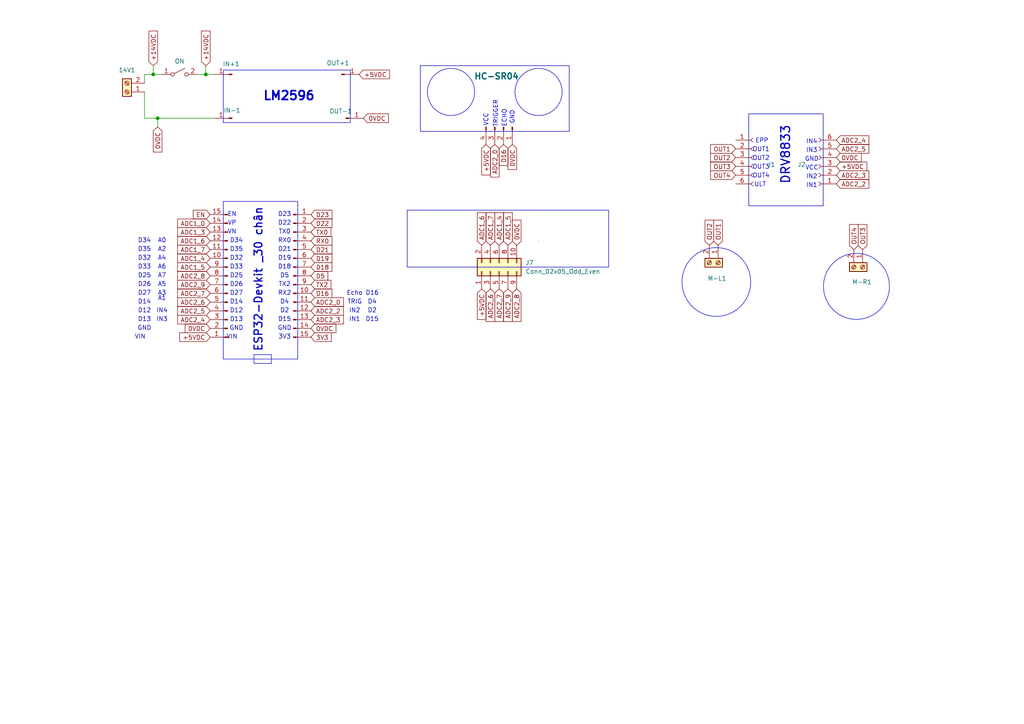
<source format=kicad_sch>
(kicad_sch (version 20231120) (generator "eeschema") (generator_version "8.0")
  (paper "A4")
  (lib_symbols
    (symbol "Connector:Conn_01x01_Pin" (pin_names (offset 1.016) hide)
      (property "Reference" "J" (at 0 2.54 0))
      (property "Value" "Conn_01x01_Pin" (at 0 -2.54 0))
      (symbol "Conn_01x01_Pin_1_1"
        (polyline (pts (xy 1.27 0) (xy 0.8636 0)) (stroke (width 0.1524)))
        (rectangle (start 0.8636 0.127) (end 0 -0.127) (stroke (width 0.1524)) (fill (type outline)))
        (pin passive line (at 5.08 0 180) (length 3.81) (name "Pin_1") (number "1"))
      )
    )
    (symbol "Connector:Conn_01x04_Pin" (pin_names (offset 1.016) hide)
      (property "Reference" "J" (at 0 5.08 0))
      (property "Value" "Conn_01x04_Pin" (at 0 -7.62 0))
      (symbol "Conn_01x04_Pin_1_1"
        (polyline (pts (xy 1.27 -5.08) (xy 0.8636 -5.08)) (stroke (width 0.1524)))
        (polyline (pts (xy 1.27 -2.54) (xy 0.8636 -2.54)) (stroke (width 0.1524)))
        (polyline (pts (xy 1.27 0) (xy 0.8636 0)) (stroke (width 0.1524)))
        (polyline (pts (xy 1.27 2.54) (xy 0.8636 2.54)) (stroke (width 0.1524)))
        (rectangle (start 0.8636 -4.953) (end 0 -5.207) (stroke (width 0.1524)) (fill (type outline)))
        (rectangle (start 0.8636 -2.413) (end 0 -2.667) (stroke (width 0.1524)) (fill (type outline)))
        (rectangle (start 0.8636 0.127) (end 0 -0.127) (stroke (width 0.1524)) (fill (type outline)))
        (rectangle (start 0.8636 2.667) (end 0 2.413) (stroke (width 0.1524)) (fill (type outline)))
        (pin passive line (at 5.08 2.54 180) (length 3.81) (name "Pin_1") (number "1"))
        (pin passive line (at 5.08 0 180) (length 3.81) (name "Pin_2") (number "2"))
        (pin passive line (at 5.08 -2.54 180) (length 3.81) (name "Pin_3") (number "3"))
        (pin passive line (at 5.08 -5.08 180) (length 3.81) (name "Pin_4") (number "4"))
      )
    )
    (symbol "Connector:Conn_01x06_Socket" (pin_names (offset 1.016) hide)
      (property "Reference" "J" (at 0 7.62 0))
      (property "Value" "Conn_01x06_Socket" (at 0 -10.16 0))
      (symbol "Conn_01x06_Socket_1_1"
        (arc (start 0 -7.112) (mid -0.5058 -7.62) (end 0 -8.128) (stroke (width 0.1524)))
        (arc (start 0 -4.572) (mid -0.5058 -5.08) (end 0 -5.588) (stroke (width 0.1524)))
        (arc (start 0 -2.032) (mid -0.5058 -2.54) (end 0 -3.048) (stroke (width 0.1524)))
        (polyline (pts (xy -1.27 -7.62) (xy -0.508 -7.62)) (stroke (width 0.1524)))
        (polyline (pts (xy -1.27 -5.08) (xy -0.508 -5.08)) (stroke (width 0.1524)))
        (polyline (pts (xy -1.27 -2.54) (xy -0.508 -2.54)) (stroke (width 0.1524)))
        (polyline (pts (xy -1.27 0) (xy -0.508 0)) (stroke (width 0.1524)))
        (polyline (pts (xy -1.27 2.54) (xy -0.508 2.54)) (stroke (width 0.1524)))
        (polyline (pts (xy -1.27 5.08) (xy -0.508 5.08)) (stroke (width 0.1524)))
        (arc (start 0 0.508) (mid -0.5058 0) (end 0 -0.508) (stroke (width 0.1524)))
        (arc (start 0 3.048) (mid -0.5058 2.54) (end 0 2.032) (stroke (width 0.1524)))
        (arc (start 0 5.588) (mid -0.5058 5.08) (end 0 4.572) (stroke (width 0.1524)))
        (pin passive line (at -5.08 5.08 0) (length 3.81) (name "Pin_1") (number "1"))
        (pin passive line (at -5.08 2.54 0) (length 3.81) (name "Pin_2") (number "2"))
        (pin passive line (at -5.08 0 0) (length 3.81) (name "Pin_3") (number "3"))
        (pin passive line (at -5.08 -2.54 0) (length 3.81) (name "Pin_4") (number "4"))
        (pin passive line (at -5.08 -5.08 0) (length 3.81) (name "Pin_5") (number "5"))
        (pin passive line (at -5.08 -7.62 0) (length 3.81) (name "Pin_6") (number "6"))
      )
    )
    (symbol "Connector:Conn_01x15_Pin" (pin_names (offset 1.016) hide)
      (property "Reference" "J" (at 0 20.32 0))
      (property "Value" "Conn_01x15_Pin" (at 0 -20.32 0))
      (symbol "Conn_01x15_Pin_1_1"
        (polyline (pts (xy 1.27 -17.78) (xy 0.8636 -17.78)) (stroke (width 0.1524)))
        (polyline (pts (xy 1.27 -15.24) (xy 0.8636 -15.24)) (stroke (width 0.1524)))
        (polyline (pts (xy 1.27 -12.7) (xy 0.8636 -12.7)) (stroke (width 0.1524)))
        (polyline (pts (xy 1.27 -10.16) (xy 0.8636 -10.16)) (stroke (width 0.1524)))
        (polyline (pts (xy 1.27 -7.62) (xy 0.8636 -7.62)) (stroke (width 0.1524)))
        (polyline (pts (xy 1.27 -5.08) (xy 0.8636 -5.08)) (stroke (width 0.1524)))
        (polyline (pts (xy 1.27 -2.54) (xy 0.8636 -2.54)) (stroke (width 0.1524)))
        (polyline (pts (xy 1.27 0) (xy 0.8636 0)) (stroke (width 0.1524)))
        (polyline (pts (xy 1.27 2.54) (xy 0.8636 2.54)) (stroke (width 0.1524)))
        (polyline (pts (xy 1.27 5.08) (xy 0.8636 5.08)) (stroke (width 0.1524)))
        (polyline (pts (xy 1.27 7.62) (xy 0.8636 7.62)) (stroke (width 0.1524)))
        (polyline (pts (xy 1.27 10.16) (xy 0.8636 10.16)) (stroke (width 0.1524)))
        (polyline (pts (xy 1.27 12.7) (xy 0.8636 12.7)) (stroke (width 0.1524)))
        (polyline (pts (xy 1.27 15.24) (xy 0.8636 15.24)) (stroke (width 0.1524)))
        (polyline (pts (xy 1.27 17.78) (xy 0.8636 17.78)) (stroke (width 0.1524)))
        (rectangle (start 0.8636 -17.653) (end 0 -17.907) (stroke (width 0.1524)) (fill (type outline)))
        (rectangle (start 0.8636 -15.113) (end 0 -15.367) (stroke (width 0.1524)) (fill (type outline)))
        (rectangle (start 0.8636 -12.573) (end 0 -12.827) (stroke (width 0.1524)) (fill (type outline)))
        (rectangle (start 0.8636 -10.033) (end 0 -10.287) (stroke (width 0.1524)) (fill (type outline)))
        (rectangle (start 0.8636 -7.493) (end 0 -7.747) (stroke (width 0.1524)) (fill (type outline)))
        (rectangle (start 0.8636 -4.953) (end 0 -5.207) (stroke (width 0.1524)) (fill (type outline)))
        (rectangle (start 0.8636 -2.413) (end 0 -2.667) (stroke (width 0.1524)) (fill (type outline)))
        (rectangle (start 0.8636 0.127) (end 0 -0.127) (stroke (width 0.1524)) (fill (type outline)))
        (rectangle (start 0.8636 2.667) (end 0 2.413) (stroke (width 0.1524)) (fill (type outline)))
        (rectangle (start 0.8636 5.207) (end 0 4.953) (stroke (width 0.1524)) (fill (type outline)))
        (rectangle (start 0.8636 7.747) (end 0 7.493) (stroke (width 0.1524)) (fill (type outline)))
        (rectangle (start 0.8636 10.287) (end 0 10.033) (stroke (width 0.1524)) (fill (type outline)))
        (rectangle (start 0.8636 12.827) (end 0 12.573) (stroke (width 0.1524)) (fill (type outline)))
        (rectangle (start 0.8636 15.367) (end 0 15.113) (stroke (width 0.1524)) (fill (type outline)))
        (rectangle (start 0.8636 17.907) (end 0 17.653) (stroke (width 0.1524)) (fill (type outline)))
        (pin passive line (at 5.08 17.78 180) (length 3.81) (name "Pin_1") (number "1"))
        (pin passive line (at 5.08 -5.08 180) (length 3.81) (name "Pin_10") (number "10"))
        (pin passive line (at 5.08 -7.62 180) (length 3.81) (name "Pin_11") (number "11"))
        (pin passive line (at 5.08 -10.16 180) (length 3.81) (name "Pin_12") (number "12"))
        (pin passive line (at 5.08 -12.7 180) (length 3.81) (name "Pin_13") (number "13"))
        (pin passive line (at 5.08 -15.24 180) (length 3.81) (name "Pin_14") (number "14"))
        (pin passive line (at 5.08 -17.78 180) (length 3.81) (name "Pin_15") (number "15"))
        (pin passive line (at 5.08 15.24 180) (length 3.81) (name "Pin_2") (number "2"))
        (pin passive line (at 5.08 12.7 180) (length 3.81) (name "Pin_3") (number "3"))
        (pin passive line (at 5.08 10.16 180) (length 3.81) (name "Pin_4") (number "4"))
        (pin passive line (at 5.08 7.62 180) (length 3.81) (name "Pin_5") (number "5"))
        (pin passive line (at 5.08 5.08 180) (length 3.81) (name "Pin_6") (number "6"))
        (pin passive line (at 5.08 2.54 180) (length 3.81) (name "Pin_7") (number "7"))
        (pin passive line (at 5.08 0 180) (length 3.81) (name "Pin_8") (number "8"))
        (pin passive line (at 5.08 -2.54 180) (length 3.81) (name "Pin_9") (number "9"))
      )
    )
    (symbol "Connector:Screw_Terminal_01x02" (pin_names (offset 1.016) hide)
      (property "Reference" "J" (at 0 2.54 0))
      (property "Value" "Screw_Terminal_01x02" (at 0 -5.08 0))
      (symbol "Screw_Terminal_01x02_1_1"
        (rectangle (start -1.27 1.27) (end 1.27 -3.81) (stroke (width 0.254)) (fill (type background)))
        (circle (center 0 -2.54) (radius 0.635) (stroke (width 0.1524)))
        (polyline (pts (xy -0.5334 -2.2098) (xy 0.3302 -3.048)) (stroke (width 0.1524)))
        (polyline (pts (xy -0.5334 0.3302) (xy 0.3302 -0.508)) (stroke (width 0.1524)))
        (polyline (pts (xy -0.3556 -2.032) (xy 0.508 -2.8702)) (stroke (width 0.1524)))
        (polyline (pts (xy -0.3556 0.508) (xy 0.508 -0.3302)) (stroke (width 0.1524)))
        (circle (center 0 0) (radius 0.635) (stroke (width 0.1524)))
        (pin passive line (at -5.08 0 0) (length 3.81) (name "Pin_1") (number "1"))
        (pin passive line (at -5.08 -2.54 0) (length 3.81) (name "Pin_2") (number "2"))
      )
    )
    (symbol "Connector_Generic:Conn_02x05_Odd_Even" (pin_names (offset 1.016) hide)
      (property "Reference" "J" (at 1.27 7.62 0))
      (property "Value" "Conn_02x05_Odd_Even" (at 1.27 -7.62 0))
      (symbol "Conn_02x05_Odd_Even_1_1"
        (rectangle (start -1.27 -4.953) (end 0 -5.207) (stroke (width 0.1524)))
        (rectangle (start -1.27 -2.413) (end 0 -2.667) (stroke (width 0.1524)))
        (rectangle (start -1.27 0.127) (end 0 -0.127) (stroke (width 0.1524)))
        (rectangle (start -1.27 2.667) (end 0 2.413) (stroke (width 0.1524)))
        (rectangle (start -1.27 5.207) (end 0 4.953) (stroke (width 0.1524)))
        (rectangle (start -1.27 6.35) (end 3.81 -6.35) (stroke (width 0.254)) (fill (type background)))
        (rectangle (start 3.81 -4.953) (end 2.54 -5.207) (stroke (width 0.1524)))
        (rectangle (start 3.81 -2.413) (end 2.54 -2.667) (stroke (width 0.1524)))
        (rectangle (start 3.81 0.127) (end 2.54 -0.127) (stroke (width 0.1524)))
        (rectangle (start 3.81 2.667) (end 2.54 2.413) (stroke (width 0.1524)))
        (rectangle (start 3.81 5.207) (end 2.54 4.953) (stroke (width 0.1524)))
        (pin passive line (at -5.08 5.08 0) (length 3.81) (name "Pin_1") (number "1"))
        (pin passive line (at 7.62 -5.08 180) (length 3.81) (name "Pin_10") (number "10"))
        (pin passive line (at 7.62 5.08 180) (length 3.81) (name "Pin_2") (number "2"))
        (pin passive line (at -5.08 2.54 0) (length 3.81) (name "Pin_3") (number "3"))
        (pin passive line (at 7.62 2.54 180) (length 3.81) (name "Pin_4") (number "4"))
        (pin passive line (at -5.08 0 0) (length 3.81) (name "Pin_5") (number "5"))
        (pin passive line (at 7.62 0 180) (length 3.81) (name "Pin_6") (number "6"))
        (pin passive line (at -5.08 -2.54 0) (length 3.81) (name "Pin_7") (number "7"))
        (pin passive line (at 7.62 -2.54 180) (length 3.81) (name "Pin_8") (number "8"))
        (pin passive line (at -5.08 -5.08 0) (length 3.81) (name "Pin_9") (number "9"))
      )
    )
    (symbol "Switch:SW_SPST" (pin_names (offset 0) hide)
      (property "Reference" "SW" (at 0 3.175 0))
      (property "Value" "SW_SPST" (at 0 -2.54 0))
      (symbol "SW_SPST_0_0"
        (circle (center -2.032 0) (radius 0.508))
        (polyline (pts (xy -1.524 0.254) (xy 1.524 1.778)))
        (circle (center 2.032 0) (radius 0.508))
      )
      (symbol "SW_SPST_1_1"
        (pin passive line (at -5.08 0 0) (length 2.54) (name "A") (number "1"))
        (pin passive line (at 5.08 0 180) (length 2.54) (name "B") (number "2"))
      )
    )
  )
  (junction (at 45.72 34.29))
  (junction (at 44.45 21.59))
  (junction (at 59.69 21.59))
  (wire (pts (xy 41.91 34.29) (xy 45.72 34.29)))
  (wire (pts (xy 41.91 21.59) (xy 44.45 21.59)))
  (wire (pts (xy 44.45 21.59) (xy 46.99 21.59)))
  (wire (pts (xy 41.91 24.13) (xy 41.91 21.59)))
  (wire (pts (xy 59.69 21.59) (xy 62.23 21.59)))
  (wire (pts (xy 41.91 26.67) (xy 41.91 34.29)))
  (wire (pts (xy 44.45 19.05) (xy 44.45 21.59)))
  (wire (pts (xy 45.72 34.29) (xy 62.23 34.29)))
  (wire (pts (xy 45.72 34.29) (xy 45.72 36.83)))
  (wire (pts (xy 57.15 21.59) (xy 59.69 21.59)))
  (wire (pts (xy 59.69 19.05) (xy 59.69 21.59)))
  (circle (center 207.772 81.788) (radius 9.9612))
  (rectangle (start 121.92 19.05) (end 165.1 38.1))
  (rectangle (start 217.17 33.02) (end 238.76 59.69))
  (rectangle (start 64.77 58.42) (end 86.36 104.14))
  (circle (center 248.412 83.058) (radius 9.5647))
  (rectangle (start 118.11 60.96) (end 176.53 77.47))
  (circle (center 156.21 26.67) (radius 6.8392))
  (rectangle (start 156.21 69.85) (end 156.21 69.85))
  (circle (center 130.81 26.67) (radius 6.8392))
  (rectangle (start 64.77 20.32) (end 101.6 35.56))
  (rectangle (start 73.66 102.87) (end 78.74 105.41))
  (text "D32" (at 68.58 74.93 0) (effects (font (size 1.27 1.27))))
  (text "D34" (at 68.58 69.85 0) (effects (font (size 1.27 1.27))))
  (text "D4" (at 82.55 87.63 0) (effects (font (size 1.27 1.27))))
  (text "IN2" (at 235.458 51.308 0) (effects (font (size 1.27 1.27))))
  (text "D21" (at 82.55 72.39 0) (effects (font (size 1.27 1.27))))
  (text "OUT4" (at 220.726 51.054 0) (effects (font (size 1.27 1.27))))
  (text "A3" (at 46.99 85.09 0) (effects (font (size 1.27 1.27))))
  (text "GND" (at 82.55 95.25 0) (effects (font (size 1.27 1.27))))
  (text "A6" (at 46.99 77.47 0) (effects (font (size 1.27 1.27))))
  (text "D32" (at 41.91 74.93 0) (effects (font (size 1.27 1.27))))
  (text "GND" (at 235.458 46.228 0) (effects (font (size 1.27 1.27))))
  (text "RX2" (at 82.55 85.09 0) (effects (font (size 1.27 1.27))))
  (text "D25" (at 68.58 80.01 0) (effects (font (size 1.27 1.27))))
  (text "A4" (at 46.99 74.93 0) (effects (font (size 1.27 1.27))))
  (text "VCC" (at 140.97 34.798 90) (effects (font (size 1.27 1.27))))
  (text "D33\n" (at 41.91 77.47 0) (effects (font (size 1.27 1.27))))
  (text "D2" (at 82.55 90.17 0) (effects (font (size 1.27 1.27))))
  (text "D12" (at 68.58 90.17 0) (effects (font (size 1.27 1.27))))
  (text "A2" (at 46.99 72.39 0) (effects (font (size 1.27 1.27))))
  (text "D35" (at 68.58 72.39 0) (effects (font (size 1.27 1.27))))
  (text "D19" (at 82.55 74.93 0) (effects (font (size 1.27 1.27))))
  (text "3V3" (at 82.55 97.79 0) (effects (font (size 1.27 1.27))))
  (text "D23" (at 82.55 62.23 0) (effects (font (size 1.27 1.27))))
  (text "VP\n" (at 67.31 64.77 0) (effects (font (size 1.27 1.27))))
  (text "D13" (at 41.91 92.71 0) (effects (font (size 1.27 1.27))))
  (text "TRIGGER" (at 143.764 33.02 90) (effects (font (size 1.27 1.27))))
  (text "ECHO" (at 146.304 34.29 90) (effects (font (size 1.27 1.27))))
  (text "DRV8833" (at 227.838 44.958 90) (effects (font (size 2.54 2.54) (thickness 0.3556) (bold yes))))
  (text "IN2\n" (at 102.87 90.17 0) (effects (font (size 1.27 1.27))))
  (text "D35" (at 41.91 72.39 0) (effects (font (size 1.27 1.27))))
  (text "TX0" (at 82.55 67.31 0) (effects (font (size 1.27 1.27))))
  (text "D27" (at 41.91 85.09 0) (effects (font (size 1.27 1.27))))
  (text "D14" (at 41.91 87.63 0) (effects (font (size 1.27 1.27))))
  (text "OUT2" (at 220.726 45.974 0) (effects (font (size 1.27 1.27))))
  (text "A1\n\n" (at 46.99 87.63 0) (effects (font (size 1.27 1.27))))
  (text "Echo\n" (at 102.87 85.09 0) (effects (font (size 1.27 1.27))))
  (text "TRIG\n" (at 102.87 87.63 0) (effects (font (size 1.27 1.27))))
  (text "D18" (at 82.55 77.47 0) (effects (font (size 1.27 1.27))))
  (text "D12" (at 41.91 90.17 0) (effects (font (size 1.27 1.27))))
  (text "TX2" (at 82.55 82.55 0) (effects (font (size 1.27 1.27))))
  (text "D22" (at 82.55 64.77 0) (effects (font (size 1.27 1.27))))
  (text "GND" (at 68.58 95.25 0) (effects (font (size 1.27 1.27))))
  (text "OUT3\n" (at 220.726 48.514 0) (effects (font (size 1.27 1.27))))
  (text "D4" (at 107.95 87.63 0) (effects (font (size 1.27 1.27))))
  (text "D13" (at 68.58 92.71 0) (effects (font (size 1.27 1.27))))
  (text "IN4" (at 235.458 41.148 0) (effects (font (size 1.27 1.27))))
  (text "VCC" (at 235.458 48.768 0) (effects (font (size 1.27 1.27))))
  (text "D5" (at 82.55 80.01 0) (effects (font (size 1.27 1.27))))
  (text "A7" (at 46.99 80.01 0) (effects (font (size 1.27 1.27))))
  (text "D2" (at 107.95 90.17 0) (effects (font (size 1.27 1.27))))
  (text "D26" (at 41.91 82.55 0) (effects (font (size 1.27 1.27))))
  (text "D14" (at 68.58 87.63 0) (effects (font (size 1.27 1.27))))
  (text "IN1" (at 235.458 53.848 0) (effects (font (size 1.27 1.27))))
  (text "VIN\n" (at 67.31 97.79 0) (effects (font (size 1.27 1.27))))
  (text "EN" (at 67.31 62.23 0) (effects (font (size 1.27 1.27))))
  (text "D16" (at 107.95 85.09 0) (effects (font (size 1.27 1.27))))
  (text "ESP32-Devkit _30 chân \n" (at 74.93 80.264 90) (effects (font (size 2.286 2.286) (thickness 0.3556) (bold yes))))
  (text "D15" (at 82.55 92.71 0) (effects (font (size 1.27 1.27))))
  (text "A0\n" (at 46.99 69.85 0) (effects (font (size 1.27 1.27))))
  (text "D33\n" (at 68.58 77.47 0) (effects (font (size 1.27 1.27))))
  (text "EPP" (at 220.98 40.894 0) (effects (font (size 1.27 1.27))))
  (text "D25" (at 41.91 80.01 0) (effects (font (size 1.27 1.27))))
  (text "D26" (at 68.58 82.55 0) (effects (font (size 1.27 1.27))))
  (text "D34" (at 41.91 69.85 0) (effects (font (size 1.27 1.27))))
  (text "VN" (at 67.31 67.31 0) (effects (font (size 1.27 1.27))))
  (text "GND" (at 148.59 34.036 90) (effects (font (size 1.27 1.27))))
  (text "LM2596\n" (at 83.82 27.94 0) (effects (font (size 2.54 2.54) (thickness 0.508) (bold yes))))
  (text "D27" (at 68.58 85.09 0) (effects (font (size 1.27 1.27))))
  (text "RX0" (at 82.55 69.85 0) (effects (font (size 1.27 1.27))))
  (text "GND" (at 41.91 95.25 0) (effects (font (size 1.27 1.27))))
  (text "VIN\n" (at 40.64 97.79 0) (effects (font (size 1.27 1.27))))
  (text "D15" (at 107.95 92.71 0) (effects (font (size 1.27 1.27))))
  (text "ULT" (at 220.472 53.594 0) (effects (font (size 1.27 1.27))))
  (text "OUT1\n" (at 220.726 43.434 0) (effects (font (size 1.27 1.27))))
  (text "A5" (at 46.99 82.55 0) (effects (font (size 1.27 1.27))))
  (text "IN1\n" (at 102.87 92.71 0) (effects (font (size 1.27 1.27))))
  (text "IN3\n" (at 235.458 43.688 0) (effects (font (size 1.27 1.27))))
  (text "IN4\n" (at 46.99 90.17 0) (effects (font (size 1.27 1.27))))
  (text "IN3\n" (at 46.99 92.71 0) (effects (font (size 1.27 1.27))))
  (global_label "ADC1_4" (shape input) (at 144.78 71.12 90) (property "Intersheetrefs" "${INTERSHEET_REFS}" (effects (hide yes))))
  (global_label "+14VDC" (shape input) (at 59.69 19.05 90) (property "Intersheetrefs" "${INTERSHEET_REFS}" (effects (hide yes))))
  (global_label "D21" (shape input) (at 90.17 72.39 0) (property "Intersheetrefs" "${INTERSHEET_REFS}" (effects (hide yes))))
  (global_label "ADC2_5" (shape input) (at 60.96 90.17 180) (property "Intersheetrefs" "${INTERSHEET_REFS}" (effects (hide yes))))
  (global_label "ADC2_6" (shape input) (at 142.24 83.82 270) (property "Intersheetrefs" "${INTERSHEET_REFS}" (effects (hide yes))))
  (global_label "ADC2_3" (shape input) (at 242.57 50.8 0) (property "Intersheetrefs" "${INTERSHEET_REFS}" (effects (hide yes))))
  (global_label "ADC1_7" (shape input) (at 142.24 71.12 90) (property "Intersheetrefs" "${INTERSHEET_REFS}" (effects (hide yes))))
  (global_label "ADC2_3" (shape input) (at 90.17 92.71 0) (property "Intersheetrefs" "${INTERSHEET_REFS}" (effects (hide yes))))
  (global_label "0VDC" (shape input) (at 149.86 71.12 90) (property "Intersheetrefs" "${INTERSHEET_REFS}" (effects (hide yes))))
  (global_label "TX0" (shape input) (at 90.17 67.31 0) (property "Intersheetrefs" "${INTERSHEET_REFS}" (effects (hide yes))))
  (global_label "D16" (shape input) (at 146.05 41.91 270) (property "Intersheetrefs" "${INTERSHEET_REFS}" (effects (hide yes))))
  (global_label "ADC1_6" (shape input) (at 60.96 69.85 180) (property "Intersheetrefs" "${INTERSHEET_REFS}" (effects (hide yes))))
  (global_label "OUT4" (shape input) (at 247.65 72.39 90) (property "Intersheetrefs" "${INTERSHEET_REFS}" (effects (hide yes))))
  (global_label "ADC1_7" (shape input) (at 60.96 72.39 180) (property "Intersheetrefs" "${INTERSHEET_REFS}" (effects (hide yes))))
  (global_label "ADC2_2" (shape input) (at 242.57 53.34 0) (property "Intersheetrefs" "${INTERSHEET_REFS}" (effects (hide yes))))
  (global_label "ADC1_6" (shape input) (at 139.7 71.12 90) (property "Intersheetrefs" "${INTERSHEET_REFS}" (effects (hide yes))))
  (global_label "+5VDC" (shape input) (at 139.7 83.82 270) (property "Intersheetrefs" "${INTERSHEET_REFS}" (effects (hide yes))))
  (global_label "0VDC" (shape input) (at 148.59 41.91 270) (property "Intersheetrefs" "${INTERSHEET_REFS}" (effects (hide yes))))
  (global_label "+5VDC" (shape input) (at 140.97 41.91 270) (property "Intersheetrefs" "${INTERSHEET_REFS}" (effects (hide yes))))
  (global_label "ADC2_7" (shape input) (at 144.78 83.82 270) (property "Intersheetrefs" "${INTERSHEET_REFS}" (effects (hide yes))))
  (global_label "RX0" (shape input) (at 90.17 69.85 0) (property "Intersheetrefs" "${INTERSHEET_REFS}" (effects (hide yes))))
  (global_label "+14VDC" (shape input) (at 44.45 19.05 90) (property "Intersheetrefs" "${INTERSHEET_REFS}" (effects (hide yes))))
  (global_label "ADC2_8" (shape input) (at 149.86 83.82 270) (property "Intersheetrefs" "${INTERSHEET_REFS}" (effects (hide yes))))
  (global_label "+5VDC" (shape input) (at 242.57 48.26 0) (property "Intersheetrefs" "${INTERSHEET_REFS}" (effects (hide yes))))
  (global_label "OUT3" (shape input) (at 250.19 72.39 90) (property "Intersheetrefs" "${INTERSHEET_REFS}" (effects (hide yes))))
  (global_label "ADC2_6" (shape input) (at 60.96 87.63 180) (property "Intersheetrefs" "${INTERSHEET_REFS}" (effects (hide yes))))
  (global_label "0VDC" (shape input) (at 60.96 95.25 180) (property "Intersheetrefs" "${INTERSHEET_REFS}" (effects (hide yes))))
  (global_label "3V3" (shape input) (at 90.17 97.79 0) (property "Intersheetrefs" "${INTERSHEET_REFS}" (effects (hide yes))))
  (global_label "ADC2_2" (shape input) (at 90.17 90.17 0) (property "Intersheetrefs" "${INTERSHEET_REFS}" (effects (hide yes))))
  (global_label "D22" (shape input) (at 90.17 64.77 0) (property "Intersheetrefs" "${INTERSHEET_REFS}" (effects (hide yes))))
  (global_label "ADC1_0" (shape input) (at 60.96 64.77 180) (property "Intersheetrefs" "${INTERSHEET_REFS}" (effects (hide yes))))
  (global_label "OUT1" (shape input) (at 213.36 43.18 180) (property "Intersheetrefs" "${INTERSHEET_REFS}" (effects (hide yes))))
  (global_label "OUT4" (shape input) (at 213.36 50.8 180) (property "Intersheetrefs" "${INTERSHEET_REFS}" (effects (hide yes))))
  (global_label "OUT2" (shape input) (at 205.74 71.12 90) (property "Intersheetrefs" "${INTERSHEET_REFS}" (effects (hide yes))))
  (global_label "OUT2" (shape input) (at 213.36 45.72 180) (property "Intersheetrefs" "${INTERSHEET_REFS}" (effects (hide yes))))
  (global_label "D18" (shape input) (at 90.17 77.47 0) (property "Intersheetrefs" "${INTERSHEET_REFS}" (effects (hide yes))))
  (global_label "D16" (shape input) (at 90.17 85.09 0) (property "Intersheetrefs" "${INTERSHEET_REFS}" (effects (hide yes))))
  (global_label "ADC1_5" (shape input) (at 60.96 77.47 180) (property "Intersheetrefs" "${INTERSHEET_REFS}" (effects (hide yes))))
  (global_label "D19" (shape input) (at 90.17 74.93 0) (property "Intersheetrefs" "${INTERSHEET_REFS}" (effects (hide yes))))
  (global_label "D5" (shape input) (at 90.17 80.01 0) (property "Intersheetrefs" "${INTERSHEET_REFS}" (effects (hide yes))))
  (global_label "EN" (shape input) (at 60.96 62.23 180) (property "Intersheetrefs" "${INTERSHEET_REFS}" (effects (hide yes))))
  (global_label "OUT3" (shape input) (at 213.36 48.26 180) (property "Intersheetrefs" "${INTERSHEET_REFS}" (effects (hide yes))))
  (global_label "ADC2_0" (shape input) (at 90.17 87.63 0) (property "Intersheetrefs" "${INTERSHEET_REFS}" (effects (hide yes))))
  (global_label "ADC1_4" (shape input) (at 60.96 74.93 180) (property "Intersheetrefs" "${INTERSHEET_REFS}" (effects (hide yes))))
  (global_label "ADC2_7" (shape input) (at 60.96 85.09 180) (property "Intersheetrefs" "${INTERSHEET_REFS}" (effects (hide yes))))
  (global_label "0VDC" (shape input) (at 90.17 95.25 0) (property "Intersheetrefs" "${INTERSHEET_REFS}" (effects (hide yes))))
  (global_label "ADC2_9" (shape input) (at 147.32 83.82 270) (property "Intersheetrefs" "${INTERSHEET_REFS}" (effects (hide yes))))
  (global_label "0VDC" (shape input) (at 242.57 45.72 0) (property "Intersheetrefs" "${INTERSHEET_REFS}" (effects (hide yes))))
  (global_label "+5VDC" (shape input) (at 104.14 21.59 0) (property "Intersheetrefs" "${INTERSHEET_REFS}" (effects (hide yes))))
  (global_label "ADC2_8" (shape input) (at 60.96 80.01 180) (property "Intersheetrefs" "${INTERSHEET_REFS}" (effects (hide yes))))
  (global_label "+5VDC" (shape input) (at 60.96 97.79 180) (property "Intersheetrefs" "${INTERSHEET_REFS}" (effects (hide yes))))
  (global_label "D23" (shape input) (at 90.17 62.23 0) (property "Intersheetrefs" "${INTERSHEET_REFS}" (effects (hide yes))))
  (global_label "ADC2_0" (shape input) (at 143.51 41.91 270) (property "Intersheetrefs" "${INTERSHEET_REFS}" (effects (hide yes))))
  (global_label "TX2" (shape input) (at 90.17 82.55 0) (property "Intersheetrefs" "${INTERSHEET_REFS}" (effects (hide yes))))
  (global_label "ADC2_4" (shape input) (at 60.96 92.71 180) (property "Intersheetrefs" "${INTERSHEET_REFS}" (effects (hide yes))))
  (global_label "0VDC" (shape input) (at 45.72 36.83 270) (property "Intersheetrefs" "${INTERSHEET_REFS}" (effects (hide yes))))
  (global_label "ADC1_3" (shape input) (at 60.96 67.31 180) (property "Intersheetrefs" "${INTERSHEET_REFS}" (effects (hide yes))))
  (global_label "ADC2_4" (shape input) (at 242.57 40.64 0) (property "Intersheetrefs" "${INTERSHEET_REFS}" (effects (hide yes))))
  (global_label "ADC2_5" (shape input) (at 242.57 43.18 0) (property "Intersheetrefs" "${INTERSHEET_REFS}" (effects (hide yes))))
  (global_label "OUT1" (shape input) (at 208.28 71.12 90) (property "Intersheetrefs" "${INTERSHEET_REFS}" (effects (hide yes))))
  (global_label "0VDC" (shape input) (at 105.41 34.29 0) (property "Intersheetrefs" "${INTERSHEET_REFS}" (effects (hide yes))))
  (global_label "ADC2_9" (shape input) (at 60.96 82.55 180) (property "Intersheetrefs" "${INTERSHEET_REFS}" (effects (hide yes))))
  (global_label "ADC1_5" (shape input) (at 147.32 71.12 90) (property "Intersheetrefs" "${INTERSHEET_REFS}" (effects (hide yes))))
  (symbol (lib_id "Connector:Conn_01x04_Pin") (at 146.05 36.83 270) (unit 1)
    (property "Reference" "J5" (effects (hide yes)))
    (property "Value" "HC-SR04" (at 144.018 22.098 90) (effects (font (size 1.778 1.778) (thickness 0.3556) (bold yes))))
    (property "Footprint" "Connector_PinHeader_2.54mm:PinHeader_1x04_P2.54mm_Vertical" (effects (hide yes)))
    (property "Description" "Generic connector, single row, 01x04, script generated" (effects (hide yes)))
  )
  (symbol (lib_id "Connector:Conn_01x01_Pin") (at 67.31 21.59 180) (unit 1)
    (property "Reference" "IN+1" (at 67.056 18.542 0))
    (property "Value" "Conn_01x01_Pin" (effects (hide yes)))
    (property "Footprint" "Connector_PinHeader_2.54mm:PinHeader_1x01_P2.54mm_Vertical" (effects (hide yes)))
    (property "Description" "Generic connector, single row, 01x01, script generated" (effects (hide yes)))
  )
  (symbol (lib_id "Connector:Screw_Terminal_01x02") (at 36.83 26.67 180) (unit 1)
    (property "Reference" "14V1" (at 36.83 20.32 0))
    (property "Value" "Screw_Terminal_01x02" (effects (hide yes)))
    (property "Footprint" "TerminalBlock:TerminalBlock_Altech_AK300-2_P5.00mm" (effects (hide yes)))
    (property "Description" "Generic screw terminal, single row, 01x02, script generated (kicad-library-utils/schlib/autogen/connector/)" (effects (hide yes)))
  )
  (symbol (lib_id "Connector:Conn_01x15_Pin") (at 85.09 80.01 0) (unit 1)
    (property "Reference" "J4" (effects (hide yes)))
    (property "Value" "Conn_01x15_Pin" (effects (hide yes)))
    (property "Footprint" "Connector_PinHeader_2.54mm:PinHeader_1x15_P2.54mm_Vertical" (effects (hide yes)))
    (property "Description" "Generic connector, single row, 01x15, script generated" (effects (hide yes)))
  )
  (symbol (lib_id "Connector:Screw_Terminal_01x02") (at 208.28 76.2 270) (unit 1)
    (property "Reference" "M-L1" (at 205.232 80.772 90) (effects (justify left)))
    (property "Value" "Screw_Terminal_01x02" (effects (hide yes)))
    (property "Footprint" "TerminalBlock:TerminalBlock_Altech_AK300-2_P5.00mm" (effects (hide yes)))
    (property "Description" "Generic screw terminal, single row, 01x02, script generated (kicad-library-utils/schlib/autogen/connector/)" (effects (hide yes)))
  )
  (symbol (lib_id "Connector:Screw_Terminal_01x02") (at 250.19 77.47 270) (unit 1)
    (property "Reference" "M-R1" (at 247.142 81.788 90) (effects (justify left)))
    (property "Value" "Screw_Terminal_01x02" (effects (hide yes)))
    (property "Footprint" "TerminalBlock:TerminalBlock_Altech_AK300-2_P5.00mm" (effects (hide yes)))
    (property "Description" "Generic screw terminal, single row, 01x02, script generated (kicad-library-utils/schlib/autogen/connector/)" (effects (hide yes)))
  )
  (symbol (lib_id "Connector_Generic:Conn_02x05_Odd_Even") (at 144.78 78.74 90) (unit 1)
    (property "Reference" "J7" (at 152.4 76.1999 90) (effects (justify right)))
    (property "Value" "Conn_02x05_Odd_Even" (at 152.4 78.7399 90) (effects (justify right)))
    (property "Footprint" "Connector_IDC:IDC-Header_2x05_P2.54mm_Vertical" (effects (hide yes)))
    (property "Description" "Generic connector, double row, 02x05, odd/even pin numbering scheme (row 1 odd numbers, row 2 even numbers), script generated (kicad-library-utils/schlib/autogen/connector/)" (effects (hide yes)))
  )
  (symbol (lib_id "Connector:Conn_01x01_Pin") (at 99.06 21.59 0) (unit 1)
    (property "Reference" "OUT+1" (at 98.044 18.288 0))
    (property "Value" "Conn_01x01_Pin" (effects (hide yes)))
    (property "Footprint" "Connector_PinHeader_2.54mm:PinHeader_1x01_P2.54mm_Vertical" (effects (hide yes)))
    (property "Description" "Generic connector, single row, 01x01, script generated" (effects (hide yes)))
  )
  (symbol (lib_id "Connector:Conn_01x01_Pin") (at 100.33 34.29 0) (unit 1)
    (property "Reference" "OUT-1" (at 98.806 32.258 0))
    (property "Value" "Conn_01x01_Pin" (effects (hide yes)))
    (property "Footprint" "Connector_PinHeader_2.54mm:PinHeader_1x01_P2.54mm_Vertical" (effects (hide yes)))
    (property "Description" "Generic connector, single row, 01x01, script generated" (effects (hide yes)))
  )
  (symbol (lib_id "Connector:Conn_01x01_Pin") (at 67.31 34.29 180) (unit 1)
    (property "Reference" "IN-1" (at 67.31 32.004 0))
    (property "Value" "Conn_01x01_Pin" (effects (hide yes)))
    (property "Footprint" "Connector_PinHeader_2.54mm:PinHeader_1x01_P2.54mm_Vertical" (effects (hide yes)))
    (property "Description" "Generic connector, single row, 01x01, script generated" (effects (hide yes)))
  )
  (symbol (lib_id "Connector:Conn_01x15_Pin") (at 66.04 80.01 180) (unit 1)
    (property "Reference" "J3" (effects (hide yes)))
    (property "Value" "Conn_01x15_Pin" (effects (hide yes)))
    (property "Footprint" "Connector_PinHeader_2.54mm:PinHeader_1x15_P2.54mm_Vertical" (effects (hide yes)))
    (property "Description" "Generic connector, single row, 01x15, script generated" (effects (hide yes)))
  )
  (symbol (lib_id "Connector:Conn_01x06_Socket") (at 218.44 45.72 0) (unit 1)
    (property "Reference" "J1" (at 222.504 47.752 0) (effects (justify left)))
    (property "Value" "Conn_01x06_Socket" (effects (hide yes)))
    (property "Footprint" "Connector_PinHeader_2.54mm:PinHeader_1x06_P2.54mm_Vertical" (effects (hide yes)))
    (property "Description" "Generic connector, single row, 01x06, script generated" (effects (hide yes)))
  )
  (symbol (lib_id "Switch:SW_SPST") (at 52.07 21.59 0) (unit 1)
    (property "Reference" "SW1" (effects (hide yes)))
    (property "Value" "ON" (at 52.07 17.78 0))
    (property "Footprint" "TerminalBlock_MetzConnect:TerminalBlock_MetzConnect_Type171_RT13702HBWC_1x02_P7.50mm_Horizontal" (effects (hide yes)))
    (property "Description" "Single Pole Single Throw (SPST) switch" (effects (hide yes)))
  )
  (symbol (lib_id "Connector:Conn_01x06_Socket") (at 237.49 48.26 180) (unit 1)
    (property "Reference" "J2" (at 233.68 47.752 0) (effects (justify left)))
    (property "Value" "Conn_01x06_Socket" (effects (hide yes)))
    (property "Footprint" "Connector_PinHeader_2.54mm:PinHeader_1x06_P2.54mm_Vertical" (effects (hide yes)))
    (property "Description" "Generic connector, single row, 01x06, script generated" (effects (hide yes)))
  )
)
</source>
